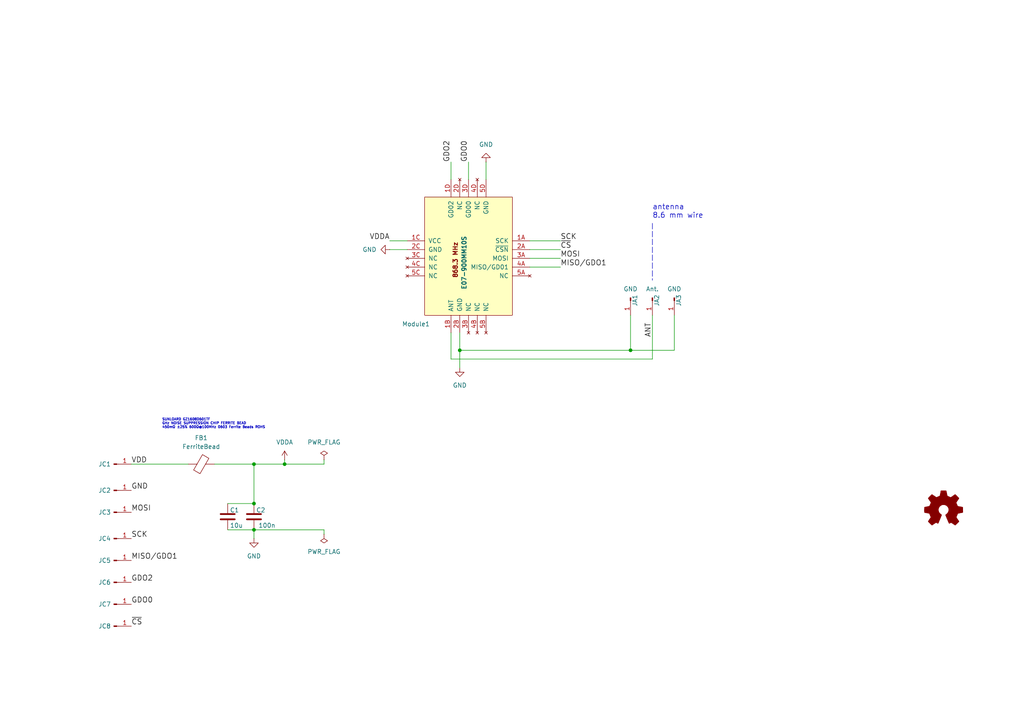
<source format=kicad_sch>
(kicad_sch (version 20231120) (generator "eeschema") (generator_version "8.0")
  (paper "A4")
  (title_block (title "Adapter_noname_green_RF_module_to_Ebyte_E07_868MS10_FUEL4EP") (date "2025-04-18") (rev "1.0") (comment 1 "(C) FUEL4EP 2025") (comment 2 "to EByte E07868MS10 RF transceiver module") (comment 3 "from noname green CC1101 RF transceiver module") (comment 4 "PCB Adapter RF module "))
  (lib_symbols
    (symbol "Connector:Conn_01x01_Pin" (pin_names (offset 1.016) hide)
      (property "Reference" "J" (at 0 2.54 0))
      (property "Value" "Conn_01x01_Pin" (at 0 -2.54 0))
      (symbol "Conn_01x01_Pin_1_1"
        (polyline (pts (xy 1.27 0) (xy 0.8636 0)) (stroke (width 0.1524)))
        (rectangle (start 0.8636 0.127) (end 0 -0.127) (stroke (width 0.1524)) (fill (type outline)))
        (pin passive line (at 5.08 0 180) (length 3.81) (name "Pin_1") (number "1"))
      )
    )
    (symbol "Device:C" (pin_numbers hide) (pin_names (offset 0.254))
      (property "Reference" "C" (at 0.635 2.54 0))
      (property "Value" "C" (at 0.635 -2.54 0))
      (symbol "C_0_1"
        (polyline (pts (xy -2.032 -0.762) (xy 2.032 -0.762)) (stroke (width 0.508)))
        (polyline (pts (xy -2.032 0.762) (xy 2.032 0.762)) (stroke (width 0.508)))
      )
      (symbol "C_1_1"
        (pin passive line (at 0 3.81 270) (length 2.794) (name "~") (number "1"))
        (pin passive line (at 0 -3.81 90) (length 2.794) (name "~") (number "2"))
      )
    )
    (symbol "Device:FerriteBead" (pin_numbers hide) (pin_names (offset 0))
      (property "Reference" "FB" (at -3.81 0.635 90))
      (property "Value" "FerriteBead" (at 3.81 0 90))
      (symbol "FerriteBead_0_1"
        (polyline (pts (xy 0 -1.27) (xy 0 -1.2192)))
        (polyline (pts (xy 0 1.27) (xy 0 1.2954)))
        (polyline (pts (xy -2.7686 0.4064) (xy -1.7018 2.2606) (xy 2.7686 -0.3048) (xy 1.6764 -2.159) (xy -2.7686 0.4064)))
      )
      (symbol "FerriteBead_1_1"
        (pin passive line (at 0 3.81 270) (length 2.54) (name "~") (number "1"))
        (pin passive line (at 0 -3.81 90) (length 2.54) (name "~") (number "2"))
      )
    )
    (symbol "FUEL4EP:E07-900MM10S" (pin_names (offset 1.016))
      (property "Reference" "Module" (at 0.635 -1.905 0))
      (property "Value" "E07-900MM10S" (at 11.43 15.875 90))
      (symbol "E07-900MM10S_0_0"
        (rectangle (start 0 34.29) (end 25.4 0) (fill (type background)))
        (text "868.3 MHz" (at 8.89 10.795 900) (effects (font (size 1.27 1.27) (bold yes)) (justify left)))
        (pin input line (at 30.48 21.59 180) (length 5.08) (name "SCK") (number "1A"))
        (pin output line (at 7.62 -5.08 90) (length 5.08) (name "ANT") (number "1B"))
        (pin output line (at 7.62 39.37 270) (length 5.08) (name "GD02") (number "1D"))
        (pin input line (at 30.48 19.05 180) (length 5.08) (name "~{CSN}") (number "2A"))
        (pin power_in line (at 10.16 -5.08 90) (length 5.08) (name "GND") (number "2B"))
        (pin power_in line (at -5.08 19.05 0) (length 5.08) (name "GND") (number "2C"))
        (pin input line (at 30.48 16.51 180) (length 5.08) (name "MOSI") (number "3A"))
        (pin no_connect line (at -5.08 16.51 0) (length 5.08) (name "NC") (number "3C"))
        (pin output line (at 12.7 39.37 270) (length 5.08) (name "GD00") (number "3D"))
        (pin tri_state line (at 30.48 13.97 180) (length 5.08) (name "MISO/GD01") (number "4A"))
      )
      (symbol "E07-900MM10S_1_1"
        (pin power_in line (at -5.08 21.59 0) (length 5.08) (name "VCC") (number "1C"))
        (pin no_connect line (at 10.16 39.37 270) (length 5.08) (name "NC") (number "2D"))
        (pin no_connect line (at 12.7 -5.08 90) (length 5.08) (name "NC") (number "3B"))
        (pin no_connect line (at 15.24 -5.08 90) (length 5.08) (name "NC") (number "4B"))
        (pin no_connect line (at -5.08 13.97 0) (length 5.08) (name "NC") (number "4C"))
        (pin no_connect line (at 15.24 39.37 270) (length 5.08) (name "NC") (number "4D"))
        (pin no_connect line (at 30.48 11.43 180) (length 5.08) (name "NC") (number "5A"))
        (pin no_connect line (at 17.78 -5.08 90) (length 5.08) (name "NC") (number "5B"))
        (pin no_connect line (at -5.08 11.43 0) (length 5.08) (name "NC") (number "5C"))
        (pin power_in line (at 17.78 39.37 270) (length 5.08) (name "GND") (number "5D"))
      )
    )
    (symbol "GND_1" (power) (pin_numbers hide) (pin_names (offset 0) hide)
      (property "Value" "GND" (at 0 -3.81 0))
      (symbol "GND_1_0_1"
        (polyline (pts (xy 0 0) (xy 0 -1.27) (xy 1.27 -1.27) (xy 0 -2.54) (xy -1.27 -1.27) (xy 0 -1.27)))
      )
      (symbol "GND_1_1_1"
        (pin power_in line (at 0 0 270) (length 0) (name "~") (number "1"))
      )
    )
    (symbol "GND_2" (power) (pin_numbers hide) (pin_names (offset 0) hide)
      (property "Value" "GND" (at 0 -3.81 0))
      (symbol "GND_2_0_1"
        (polyline (pts (xy 0 0) (xy 0 -1.27) (xy 1.27 -1.27) (xy 0 -2.54) (xy -1.27 -1.27) (xy 0 -1.27)))
      )
      (symbol "GND_2_1_1"
        (pin power_in line (at 0 0 270) (length 0) (name "~") (number "1"))
      )
    )
    (symbol "GND_3" (power) (pin_numbers hide) (pin_names (offset 0) hide)
      (property "Value" "GND" (at 0 -3.81 0))
      (symbol "GND_3_0_1"
        (polyline (pts (xy 0 0) (xy 0 -1.27) (xy 1.27 -1.27) (xy 0 -2.54) (xy -1.27 -1.27) (xy 0 -1.27)))
      )
      (symbol "GND_3_1_1"
        (pin power_in line (at 0 0 270) (length 0) (name "~") (number "1"))
      )
    )
    (symbol "Graphic:Logo_Open_Hardware_Small" (in_bom no) (on_board no)
      (symbol "Logo_Open_Hardware_Small_0_1"
        (polyline (pts (xy 3.3528 -4.3434) (xy 3.302 -4.318) (xy 3.175 -4.2418) (xy 2.9972 -4.1148) (xy 2.7686 -3.9624) (xy 2.54 -3.81) (xy 2.3622 -3.7084) (xy 2.2352 -3.6068) (xy 2.1844 -3.5814) (xy 2.159 -3.6068) (xy 2.0574 -3.6576) (xy 1.905 -3.7338) (xy 1.8034 -3.7846) (xy 1.6764 -3.8354) (xy 1.6002 -3.8354) (xy 1.6002 -3.8354) (xy 1.5494 -3.7338) (xy 1.4732 -3.5306) (xy 1.3462 -3.302) (xy 1.2446 -3.0226) (xy 1.1176 -2.7178) (xy 0.9652 -2.413) (xy 0.8636 -2.1082) (xy 0.7366 -1.8288) (xy 0.6604 -1.6256) (xy 0.6096 -1.4732) (xy 0.5842 -1.397) (xy 0.5842 -1.397) (xy 0.6604 -1.3208) (xy 0.7874 -1.2446) (xy 1.0414 -1.016) (xy 1.2954 -0.6858) (xy 1.4478 -0.3302) (xy 1.524 0.0762) (xy 1.4732 0.4572) (xy 1.3208 0.8128) (xy 1.0668 1.143) (xy 0.762 1.3716) (xy 0.4064 1.524) (xy 0 1.5748) (xy -0.381 1.5494) (xy -0.7366 1.397) (xy -1.0668 1.143) (xy -1.2192 0.9906) (xy -1.397 0.6604) (xy -1.524 0.3048) (xy -1.524 0.2286) (xy -1.4986 -0.1778) (xy -1.397 -0.5334) (xy -1.1938 -0.8636) (xy -0.9144 -1.143) (xy -0.8636 -1.1684) (xy -0.7366 -1.27) (xy -0.635 -1.3462) (xy -0.5842 -1.397) (xy -1.0668 -2.5908) (xy -1.143 -2.794) (xy -1.2954 -3.1242) (xy -1.397 -3.4036) (xy -1.4986 -3.6322) (xy -1.5748 -3.7846) (xy -1.6002 -3.8354) (xy -1.6002 -3.8354) (xy -1.651 -3.8354) (xy -1.7272 -3.81) (xy -1.905 -3.7338) (xy -2.0066 -3.683) (xy -2.1336 -3.6068) (xy -2.2098 -3.5814) (xy -2.2606 -3.6068) (xy -2.3622 -3.683) (xy -2.54 -3.81) (xy -2.7686 -3.9624) (xy -2.9718 -4.0894) (xy -3.1496 -4.2164) (xy -3.302 -4.318) (xy -3.3528 -4.3434) (xy -3.3782 -4.3434) (xy -3.429 -4.318) (xy -3.5306 -4.2164) (xy -3.7084 -4.064) (xy -3.937 -3.8354) (xy -3.9624 -3.81) (xy -4.1656 -3.6068) (xy -4.318 -3.4544) (xy -4.4196 -3.3274) (xy -4.445 -3.2766) (xy -4.445 -3.2766) (xy -4.4196 -3.2258) (xy -4.318 -3.0734) (xy -4.2164 -2.8956) (xy -4.064 -2.667) (xy -3.6576 -2.0828) (xy -3.8862 -1.5494) (xy -3.937 -1.3716) (xy -4.0386 -1.1684) (xy -4.0894 -1.0414) (xy -4.1148 -0.9652) (xy -4.191 -0.9398) (xy -4.318 -0.9144) (xy -4.5466 -0.8636) (xy -4.8006 -0.8128) (xy -5.0546 -0.7874) (xy -5.2578 -0.7366) (xy -5.4356 -0.7112) (xy -5.5118 -0.6858) (xy -5.5118 -0.6858) (xy -5.5372 -0.635) (xy -5.5372 -0.5588) (xy -5.5372 -0.4318) (xy -5.5626 -0.2286) (xy -5.5626 0.0762) (xy -5.5626 0.127) (xy -5.5372 0.4064) (xy -5.5372 0.635) (xy -5.5372 0.762) (xy -5.5372 0.8382) (xy -5.5372 0.8382) (xy -5.461 0.8382) (xy -5.3086 0.889) (xy -5.08 0.9144) (xy -4.826 0.9652) (xy -4.8006 0.9906) (xy -4.5466 1.0414) (xy -4.318 1.0668) (xy -4.1656 1.1176) (xy -4.0894 1.143) (xy -4.0894 1.143) (xy -4.0386 1.2446) (xy -3.9624 1.4224) (xy -3.8608 1.6256) (xy -3.7846 1.8288) (xy -3.7084 2.0066) (xy -3.6576 2.159) (xy -3.6322 2.2098) (xy -3.6322 2.2098) (xy -3.683 2.286) (xy -3.7592 2.413) (xy -3.8862 2.5908) (xy -4.064 2.8194) (xy -4.064 2.8448) (xy -4.2164 3.0734) (xy -4.3434 3.2512) (xy -4.4196 3.3782) (xy -4.445 3.4544) (xy -4.445 3.4544) (xy -4.3942 3.5052) (xy -4.2926 3.6322) (xy -4.1148 3.81) (xy -3.937 4.0132) (xy -3.8608 4.064) (xy -3.6576 4.2926) (xy -3.5052 4.4196) (xy -3.4036 4.4958) (xy -3.3528 4.5212) (xy -3.3528 4.5212) (xy -3.302 4.4704) (xy -3.1496 4.3688) (xy -2.9718 4.2418) (xy -2.7432 4.0894) (xy -2.7178 4.0894) (xy -2.4892 3.937) (xy -2.3114 3.81) (xy -2.1844 3.7084) (xy -2.1336 3.683) (xy -2.1082 3.683) (xy -2.032 3.7084) (xy -1.8542 3.7592) (xy -1.6764 3.8354) (xy -1.4732 3.937) (xy -1.27 4.0132) (xy -1.143 4.064) (xy -1.0668 4.1148) (xy -1.0668 4.1148) (xy -1.0414 4.191) (xy -1.016 4.3434) (xy -0.9652 4.572) (xy -0.9144 4.8514) (xy -0.889 4.9022) (xy -0.8382 5.1562) (xy -0.8128 5.3848) (xy -0.7874 5.5372) (xy -0.762 5.588) (xy -0.7112 5.6134) (xy -0.5842 5.6134) (xy -0.4064 5.6134) (xy -0.1524 5.6134) (xy 0.0762 5.6134) (xy 0.3302 5.6134) (xy 0.5334 5.6134) (xy 0.6858 5.588) (xy 0.7366 5.588) (xy 0.7366 5.588) (xy 0.762 5.5118) (xy 0.8128 5.334) (xy 0.8382 5.1054) (xy 0.9144 4.826) (xy 0.9144 4.7752) (xy 0.9652 4.5212) (xy 1.016 4.2926) (xy 1.0414 4.1402) (xy 1.0668 4.0894) (xy 1.0668 4.0894) (xy 1.1938 4.0386) (xy 1.3716 3.9624) (xy 1.5748 3.8608) (xy 2.0828 3.6576) (xy 2.7178 4.0894) (xy 2.7686 4.1402) (xy 2.9972 4.2926) (xy 3.175 4.4196) (xy 3.302 4.4958) (xy 3.3782 4.5212) (xy 3.3782 4.5212) (xy 3.429 4.4704) (xy 3.556 4.3434) (xy 3.7338 4.191) (xy 3.9116 3.9878) (xy 4.064 3.8354) (xy 4.2418 3.6576) (xy 4.3434 3.556) (xy 4.4196 3.4798) (xy 4.4196 3.429) (xy 4.4196 3.4036) (xy 4.3942 3.3274) (xy 4.2926 3.2004) (xy 4.1656 2.9972) (xy 4.0132 2.794) (xy 3.8862 2.5908) (xy 3.7592 2.3876) (xy 3.6576 2.2352) (xy 3.6322 2.159) (xy 3.6322 2.1336) (xy 3.683 2.0066) (xy 3.7592 1.8288) (xy 3.8608 1.6002) (xy 4.064 1.1176) (xy 4.3942 1.0414) (xy 4.5974 1.016) (xy 4.8768 0.9652) (xy 5.1308 0.9144) (xy 5.5372 0.8382) (xy 5.5626 -0.6604) (xy 5.4864 -0.6858) (xy 5.4356 -0.6858) (xy 5.2832 -0.7366) (xy 5.0546 -0.762) (xy 4.8006 -0.8128) (xy 4.5974 -0.8636) (xy 4.3688 -0.9144) (xy 4.2164 -0.9398) (xy 4.1402 -0.9398) (xy 4.1148 -0.9652) (xy 4.064 -1.0668) (xy 3.9878 -1.2446) (xy 3.9116 -1.4478) (xy 3.81 -1.651) (xy 3.7338 -1.8542) (xy 3.683 -2.0066) (xy 3.6576 -2.0828) (xy 3.683 -2.1336) (xy 3.7846 -2.2606) (xy 3.8862 -2.4638) (xy 4.0386 -2.667) (xy 4.191 -2.8956) (xy 4.318 -3.0734) (xy 4.3942 -3.2004) (xy 4.445 -3.2766) (xy 4.4196 -3.3274) (xy 4.3434 -3.429) (xy 4.1656 -3.5814) (xy 3.937 -3.8354) (xy 3.8862 -3.8608) (xy 3.683 -4.064) (xy 3.5306 -4.2164) (xy 3.4036 -4.318) (xy 3.3528 -4.3434)) (fill (type outline)))
      )
    )
    (symbol "PWR_FLAG_1" (power) (pin_numbers hide) (pin_names (offset 0) hide)
      (property "Value" "PWR_FLAG" (at 0 3.81 0))
      (symbol "PWR_FLAG_1_0_0"
        (pin power_out line (at 0 0 90) (length 0) (name "~") (number "1"))
      )
      (symbol "PWR_FLAG_1_0_1"
        (polyline (pts (xy 0 0) (xy 0 1.27) (xy -1.016 1.905) (xy 0 2.54) (xy 1.016 1.905) (xy 0 1.27)))
      )
    )
    (symbol "VDDA_1" (power) (pin_numbers hide) (pin_names (offset 0) hide)
      (property "Value" "VDDA" (at 0 3.556 0))
      (symbol "VDDA_1_0_1"
        (polyline (pts (xy -0.762 1.27) (xy 0 2.54)))
        (polyline (pts (xy 0 0) (xy 0 2.54)))
        (polyline (pts (xy 0 2.54) (xy 0.762 1.27)))
      )
      (symbol "VDDA_1_1_1"
        (pin power_in line (at 0 0 90) (length 0) (name "~") (number "1"))
      )
    )
    (symbol "power:GND" (power) (pin_numbers hide) (pin_names (offset 0) hide)
      (property "Value" "GND" (at 0 -3.81 0))
      (symbol "GND_0_1"
        (polyline (pts (xy 0 0) (xy 0 -1.27) (xy 1.27 -1.27) (xy 0 -2.54) (xy -1.27 -1.27) (xy 0 -1.27)))
      )
      (symbol "GND_1_1"
        (pin power_in line (at 0 0 270) (length 0) (name "~") (number "1"))
      )
    )
    (symbol "power:PWR_FLAG" (power) (pin_numbers hide) (pin_names (offset 0) hide)
      (property "Value" "PWR_FLAG" (at 0 3.81 0))
      (symbol "PWR_FLAG_0_0"
        (pin power_out line (at 0 0 90) (length 0) (name "~") (number "1"))
      )
      (symbol "PWR_FLAG_0_1"
        (polyline (pts (xy 0 0) (xy 0 1.27) (xy -1.016 1.905) (xy 0 2.54) (xy 1.016 1.905) (xy 0 1.27)))
      )
    )
  )
  (junction (at 82.55 134.62))
  (junction (at 73.66 134.62))
  (junction (at 73.66 146.05))
  (junction (at 73.66 153.67))
  (junction (at 182.88 101.6))
  (junction (at 133.35 101.6))
  (wire (pts (xy 182.88 101.6) (xy 182.88 91.44)))
  (wire (pts (xy 153.67 69.85) (xy 162.56 69.85)))
  (wire (pts (xy 93.98 134.62) (xy 93.98 133.35)))
  (wire (pts (xy 130.81 96.52) (xy 130.81 104.14)))
  (wire (pts (xy 73.66 153.67) (xy 73.66 156.21)))
  (wire (pts (xy 153.67 72.39) (xy 162.56 72.39)))
  (wire (pts (xy 189.23 104.14) (xy 189.23 91.44)))
  (wire (pts (xy 73.66 153.67) (xy 93.98 153.67)))
  (wire (pts (xy 153.67 74.93) (xy 162.56 74.93)))
  (wire (pts (xy 140.97 46.99) (xy 140.97 52.07)))
  (wire (pts (xy 82.55 133.35) (xy 82.55 134.62)))
  (wire (pts (xy 73.66 134.62) (xy 82.55 134.62)))
  (wire (pts (xy 130.81 46.99) (xy 130.81 52.07)))
  (wire (pts (xy 66.04 146.05) (xy 73.66 146.05)))
  (wire (pts (xy 66.04 153.67) (xy 73.66 153.67)))
  (wire (pts (xy 82.55 134.62) (xy 93.98 134.62)))
  (wire (pts (xy 195.58 101.6) (xy 195.58 91.44)))
  (polyline (pts (xy 189.23 64.77) (xy 189.23 81.28)) (stroke (width 0) (type dash)))
  (wire (pts (xy 153.67 77.47) (xy 162.56 77.47)))
  (wire (pts (xy 133.35 96.52) (xy 133.35 101.6)))
  (wire (pts (xy 133.35 101.6) (xy 182.88 101.6)))
  (wire (pts (xy 130.81 104.14) (xy 189.23 104.14)))
  (wire (pts (xy 38.1 134.62) (xy 54.61 134.62)))
  (wire (pts (xy 113.03 72.39) (xy 118.11 72.39)))
  (wire (pts (xy 135.89 46.99) (xy 135.89 52.07)))
  (wire (pts (xy 182.88 101.6) (xy 195.58 101.6)))
  (wire (pts (xy 73.66 134.62) (xy 73.66 146.05)))
  (wire (pts (xy 93.98 153.67) (xy 93.98 154.94)))
  (wire (pts (xy 62.23 134.62) (xy 73.66 134.62)))
  (wire (pts (xy 113.03 69.85) (xy 118.11 69.85)))
  (wire (pts (xy 133.35 101.6) (xy 133.35 106.68)))
  (text "SUNLOARD GZ1608D601TF\nGHz NOISE SUPPRESSION CHIP FERRITE BEAD\n450mΩ ±25% 600Ω@100MHz 0603 Ferrite Beads ROHS" (at 46.99 124.46 0) (effects (font (size 0.7 0.7)) (justify left bottom)))
  (text "antenna\n8.6 mm wire" (at 189.23 63.5 0) (effects (font (size 1.524 1.524)) (justify left bottom)))
  (label "GDO0" (at 135.89 46.99 90) (effects (font (size 1.524 1.524))))
  (label "GDO0" (at 38.1 175.26 0) (effects (font (size 1.524 1.524))))
  (label "~{CS}" (at 38.1 181.61 0) (effects (font (size 1.524 1.524))))
  (label "MOSI" (at 38.1 148.59 0) (effects (font (size 1.524 1.524))))
  (label "GDO2" (at 38.1 168.91 0) (effects (font (size 1.524 1.524))))
  (label "MOSI" (at 162.56 74.93 0) (effects (font (size 1.524 1.524))))
  (label "GDO2" (at 130.81 46.99 90) (effects (font (size 1.524 1.524))))
  (label "VDD" (at 38.1 134.62 0) (effects (font (size 1.524 1.524))))
  (label "VDDA" (at 113.03 69.85 180) (effects (font (size 1.524 1.524))))
  (label "MISO{slash}GDO1" (at 38.1 162.56 0) (effects (font (size 1.524 1.524))))
  (label "SCK" (at 162.56 69.85 0) (effects (font (size 1.524 1.524))))
  (label "ANT" (at 189.23 97.79 90) (effects (font (size 1.524 1.524))))
  (label "GND" (at 38.1 142.24 0) (effects (font (size 1.524 1.524))))
  (label "~{CS}" (at 162.56 72.39 0) (effects (font (size 1.524 1.524))))
  (label "SCK" (at 38.1 156.21 0) (effects (font (size 1.524 1.524))))
  (label "MISO{slash}GDO1" (at 162.56 77.47 0) (effects (font (size 1.524 1.524))))
  (symbol (lib_id "Connector:Conn_01x01_Pin") (at 33.02 156.21 0) (unit 1)
    (property "Reference" "JC4" (at 30.353 156.21 0))
    (property "Value" "Conn_01x01_Pin" (effects (hide yes)))
    (property "Footprint" "FUEL4EP:hole_Pitch2.00mm_Drill0.8mm_rounded" (effects (hide yes)))
  )
  (symbol (lib_id "power:PWR_FLAG") (at 93.98 133.35 0) (unit 1)
    (property "Reference" "#FLG01" (effects (hide yes)))
    (property "Value" "PWR_FLAG" (at 93.98 128.27 0))
    (property "Description" "Special symbol for telling ERC where power comes from" (effects (hide yes)))
  )
  (symbol (lib_id "Graphic:Logo_Open_Hardware_Small") (at 273.685 147.955 0) (unit 1) (exclude_from_sim yes)
    (property "Reference" "LOGO1" (effects (hide yes)))
    (property "Value" "Logo_Open_Hardware_Small" (effects (hide yes)))
    (property "Footprint" "FUEL4EP:CC-BY-ND-SA_bottom" (effects (hide yes)))
  )
  (symbol (lib_id "FUEL4EP:E07-900MM10S") (at 123.19 91.44 0) (unit 1)
    (property "Reference" "Module1" (at 120.65 93.98 0))
    (property "Value" "E07-900MM10S" (at 134.62 76.2 90) (effects (font (bold yes))))
    (property "Footprint" "FUEL4EP:eByte_E07-900MM10S" (effects (hide yes)))
    (property "LCSC" "C5844212" (effects (hide yes)))
    (property "TYPE" "10x10mm" (effects (hide yes)))
  )
  (symbol (lib_id "Device:C") (at 73.66 149.86 0) (unit 1)
    (property "Reference" "C2" (at 74.295 147.955 0) (effects (justify left)))
    (property "Value" "100n" (at 74.93 152.4 0) (effects (justify left)))
    (property "Footprint" "Capacitor_SMD:C_0603_1608Metric" (effects (hide yes)))
    (property "LCSC" "C14663" (effects (hide yes)))
    (property "TYPE" "0603" (effects (hide yes)))
  )
  (symbol (lib_name "GND_2") (lib_id "power:GND") (at 113.03 72.39 270) (unit 1)
    (property "Reference" "#PWR01" (effects (hide yes)))
    (property "Value" "GND" (at 109.22 72.3899 90) (effects (justify right)))
    (property "Description" "Power symbol creates a global label with name \"GND\" , ground" (effects (hide yes)))
  )
  (symbol (lib_id "Device:FerriteBead") (at 58.42 134.62 90) (unit 1)
    (property "Reference" "FB1" (at 58.3692 127 90))
    (property "Value" "FerriteBead" (at 58.3692 129.54 90))
    (property "Footprint" "Inductor_SMD:L_0603_1608Metric" (effects (hide yes)))
    (property "LCSC" "C1002" (effects (hide yes)))
    (property "TYPE" "0603" (effects (hide yes)))
  )
  (symbol (lib_id "Connector:Conn_01x01_Pin") (at 33.02 148.59 0) (unit 1)
    (property "Reference" "JC3" (at 30.353 148.59 0))
    (property "Value" "Conn_01x01_Pin" (effects (hide yes)))
    (property "Footprint" "FUEL4EP:hole_Pitch2.00mm_Drill0.8mm_rounded" (effects (hide yes)))
  )
  (symbol (lib_id "Device:C") (at 66.04 149.86 0) (unit 1)
    (property "Reference" "C1" (at 66.675 147.955 0) (effects (justify left)))
    (property "Value" "10u" (at 66.675 152.4 0) (effects (justify left)))
    (property "Footprint" "Capacitor_SMD:C_0603_1608Metric" (effects (hide yes)))
    (property "LCSC" "C19702" (effects (hide yes)))
    (property "TYPE" "0603" (effects (hide yes)))
  )
  (symbol (lib_id "Connector:Conn_01x01_Pin") (at 33.02 142.24 0) (unit 1)
    (property "Reference" "JC2" (at 30.353 142.24 0))
    (property "Value" "Conn_01x01_Pin" (effects (hide yes)))
    (property "Footprint" "FUEL4EP:hole_Pitch2.00mm_Drill0.8mm_rounded" (effects (hide yes)))
  )
  (symbol (lib_name "PWR_FLAG_1") (lib_id "power:PWR_FLAG") (at 93.98 154.94 180) (unit 1)
    (property "Reference" "#FLG03" (effects (hide yes)))
    (property "Value" "PWR_FLAG" (at 93.98 160.02 0))
    (property "Description" "Special symbol for telling ERC where power comes from" (effects (hide yes)))
  )
  (symbol (lib_id "Connector:Conn_01x01_Pin") (at 33.02 175.26 0) (unit 1)
    (property "Reference" "JC7" (at 30.353 175.26 0))
    (property "Value" "Conn_01x01_Pin" (effects (hide yes)))
    (property "Footprint" "FUEL4EP:hole_Pitch2.00mm_Drill0.8mm_rounded" (effects (hide yes)))
  )
  (symbol (lib_name "VDDA_1") (lib_id "power:VDDA") (at 82.55 133.35 0) (unit 1)
    (property "Reference" "#PWR06" (effects (hide yes)))
    (property "Value" "VDDA" (at 82.55 128.27 0))
    (property "Description" "Power symbol creates a global label with name \"VDDA\"" (effects (hide yes)))
  )
  (symbol (lib_id "Connector:Conn_01x01_Pin") (at 33.02 168.91 0) (unit 1)
    (property "Reference" "JC6" (at 30.353 168.91 0))
    (property "Value" "Conn_01x01_Pin" (effects (hide yes)))
    (property "Footprint" "FUEL4EP:hole_Pitch2.00mm_Drill0.8mm_rounded" (effects (hide yes)))
  )
  (symbol (lib_name "GND_1") (lib_id "power:GND") (at 73.66 156.21 0) (unit 1)
    (property "Reference" "#PWR02" (effects (hide yes)))
    (property "Value" "GND" (at 73.66 161.29 0))
    (property "Description" "Power symbol creates a global label with name \"GND\" , ground" (effects (hide yes)))
  )
  (symbol (lib_id "Connector:Conn_01x01_Pin") (at 195.58 86.36 270) (unit 1)
    (property "Reference" "JA3" (at 196.85 88.9 0) (effects (justify right)))
    (property "Value" "GND" (at 195.58 83.82 90))
    (property "Footprint" "FUEL4EP:hole_Pitch2.54mm_Drill0.9mm" (effects (hide yes)))
  )
  (symbol (lib_id "Connector:Conn_01x01_Pin") (at 33.02 134.62 0) (unit 1)
    (property "Reference" "JC1" (at 30.353 134.62 0))
    (property "Value" "Conn_01x01_Pin" (effects (hide yes)))
    (property "Footprint" "FUEL4EP:hole_Pitch2.00mm_Drill0.8mm" (effects (hide yes)))
  )
  (symbol (lib_id "Connector:Conn_01x01_Pin") (at 182.88 86.36 270) (unit 1)
    (property "Reference" "JA1" (at 184.15 88.9 0) (effects (justify right)))
    (property "Value" "GND" (at 182.88 83.82 90))
    (property "Footprint" "FUEL4EP:hole_Pitch2.54mm_Drill0.9mm" (effects (hide yes)))
  )
  (symbol (lib_id "power:GND") (at 133.35 106.68 0) (unit 1)
    (property "Reference" "#PWR04" (effects (hide yes)))
    (property "Value" "GND" (at 133.35 111.76 0))
    (property "Description" "Power symbol creates a global label with name \"GND\" , ground" (effects (hide yes)))
  )
  (symbol (lib_id "Connector:Conn_01x01_Pin") (at 33.02 181.61 0) (unit 1)
    (property "Reference" "JC8" (at 30.353 181.61 0))
    (property "Value" "Conn_01x01_Pin" (effects (hide yes)))
    (property "Footprint" "FUEL4EP:hole_Pitch2.00mm_Drill0.8mm_rounded" (effects (hide yes)))
  )
  (symbol (lib_id "Connector:Conn_01x01_Pin") (at 33.02 162.56 0) (unit 1)
    (property "Reference" "JC5" (at 30.353 162.56 0))
    (property "Value" "Conn_01x01_Pin" (effects (hide yes)))
    (property "Footprint" "FUEL4EP:hole_Pitch2.00mm_Drill0.8mm_rounded" (effects (hide yes)))
  )
  (symbol (lib_name "GND_3") (lib_id "power:GND") (at 140.97 46.99 180) (unit 1)
    (property "Reference" "#PWR03" (effects (hide yes)))
    (property "Value" "GND" (at 140.97 41.91 0))
    (property "Description" "Power symbol creates a global label with name \"GND\" , ground" (effects (hide yes)))
  )
  (symbol (lib_id "Connector:Conn_01x01_Pin") (at 189.23 86.36 270) (unit 1)
    (property "Reference" "JA2" (at 190.5 88.9 0) (effects (justify right)))
    (property "Value" "Ant." (at 189.23 83.82 90))
    (property "Footprint" "FUEL4EP:hole_Pitch2.54mm_Drill0.9mm" (effects (hide yes)))
  )
)
</source>
